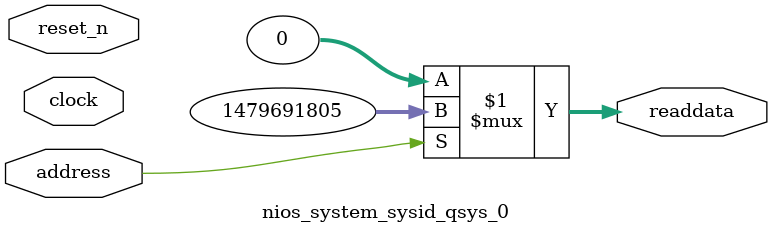
<source format=v>

`timescale 1ns / 1ps
// synthesis translate_on

// turn off superfluous verilog processor warnings 
// altera message_level Level1 
// altera message_off 10034 10035 10036 10037 10230 10240 10030 

module nios_system_sysid_qsys_0 (
               // inputs:
                address,
                clock,
                reset_n,

               // outputs:
                readdata
             )
;

  output  [ 31: 0] readdata;
  input            address;
  input            clock;
  input            reset_n;

  wire    [ 31: 0] readdata;
  //control_slave, which is an e_avalon_slave
  assign readdata = address ? 1479691805 : 0;

endmodule




</source>
